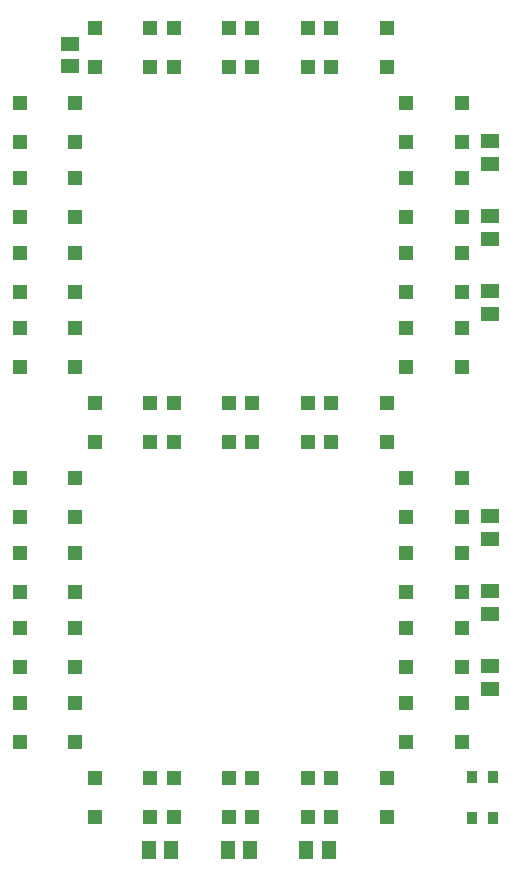
<source format=gtp>
G75*
%MOIN*%
%OFA0B0*%
%FSLAX25Y25*%
%IPPOS*%
%LPD*%
%AMOC8*
5,1,8,0,0,1.08239X$1,22.5*
%
%ADD10R,0.05118X0.04724*%
%ADD11R,0.05906X0.05118*%
%ADD12R,0.05118X0.05906*%
%ADD13R,0.03346X0.03937*%
D10*
X0031098Y0065104D03*
X0031098Y0078096D03*
X0031098Y0090104D03*
X0031098Y0103096D03*
X0031098Y0115104D03*
X0031098Y0128096D03*
X0031098Y0140104D03*
X0031098Y0153096D03*
X0049602Y0153096D03*
X0049602Y0140104D03*
X0049602Y0128096D03*
X0049602Y0115104D03*
X0049602Y0103096D03*
X0049602Y0090104D03*
X0049602Y0078096D03*
X0049602Y0065104D03*
X0056098Y0053096D03*
X0056098Y0040104D03*
X0074602Y0040104D03*
X0082348Y0040104D03*
X0082348Y0053096D03*
X0074602Y0053096D03*
X0100852Y0053096D03*
X0108598Y0053096D03*
X0108598Y0040104D03*
X0100852Y0040104D03*
X0127102Y0040104D03*
X0127102Y0053096D03*
X0134848Y0053096D03*
X0134848Y0040104D03*
X0153352Y0040104D03*
X0153352Y0053096D03*
X0159848Y0065104D03*
X0159848Y0078096D03*
X0159848Y0090104D03*
X0159848Y0103096D03*
X0159848Y0115104D03*
X0159848Y0128096D03*
X0159848Y0140104D03*
X0159848Y0153096D03*
X0153352Y0165104D03*
X0153352Y0178096D03*
X0159848Y0190104D03*
X0159848Y0203096D03*
X0159848Y0215104D03*
X0159848Y0228096D03*
X0159848Y0240104D03*
X0159848Y0253096D03*
X0159848Y0265104D03*
X0159848Y0278096D03*
X0153452Y0290104D03*
X0153452Y0303096D03*
X0134948Y0303096D03*
X0134948Y0290104D03*
X0127102Y0290104D03*
X0127102Y0303096D03*
X0108598Y0303096D03*
X0100852Y0303096D03*
X0100852Y0290104D03*
X0108598Y0290104D03*
X0082348Y0290104D03*
X0074602Y0290104D03*
X0074602Y0303096D03*
X0082348Y0303096D03*
X0056098Y0303096D03*
X0056098Y0290104D03*
X0049602Y0278096D03*
X0049602Y0265104D03*
X0049602Y0253096D03*
X0049602Y0240104D03*
X0049602Y0228096D03*
X0049602Y0215104D03*
X0049602Y0203096D03*
X0049602Y0190104D03*
X0056098Y0177996D03*
X0056098Y0165004D03*
X0074602Y0165004D03*
X0082348Y0165204D03*
X0082348Y0178196D03*
X0074602Y0177996D03*
X0100852Y0178196D03*
X0108598Y0178096D03*
X0108598Y0165104D03*
X0100852Y0165204D03*
X0127102Y0165104D03*
X0134848Y0165104D03*
X0134848Y0178096D03*
X0127102Y0178096D03*
X0178352Y0190104D03*
X0178352Y0203096D03*
X0178352Y0215104D03*
X0178352Y0228096D03*
X0178352Y0240104D03*
X0178352Y0253096D03*
X0178352Y0265104D03*
X0178352Y0278096D03*
X0178352Y0153096D03*
X0178352Y0140104D03*
X0178352Y0128096D03*
X0178352Y0115104D03*
X0178352Y0103096D03*
X0178352Y0090104D03*
X0178352Y0078096D03*
X0178352Y0065104D03*
X0031098Y0190104D03*
X0031098Y0203096D03*
X0031098Y0215104D03*
X0031098Y0228096D03*
X0031098Y0240104D03*
X0031098Y0253096D03*
X0031098Y0265104D03*
X0031098Y0278096D03*
D11*
X0047850Y0290360D03*
X0047850Y0297840D03*
X0187850Y0265340D03*
X0187850Y0257860D03*
X0187850Y0240340D03*
X0187850Y0232860D03*
X0187850Y0215340D03*
X0187850Y0207860D03*
X0187850Y0140340D03*
X0187850Y0132860D03*
X0187850Y0115340D03*
X0187850Y0107860D03*
X0187850Y0090340D03*
X0187850Y0082860D03*
D12*
X0134090Y0029100D03*
X0126610Y0029100D03*
X0107840Y0029100D03*
X0100360Y0029100D03*
X0081590Y0029100D03*
X0074110Y0029100D03*
D13*
X0181905Y0039710D03*
X0188795Y0039710D03*
X0188795Y0053490D03*
X0181905Y0053490D03*
M02*

</source>
